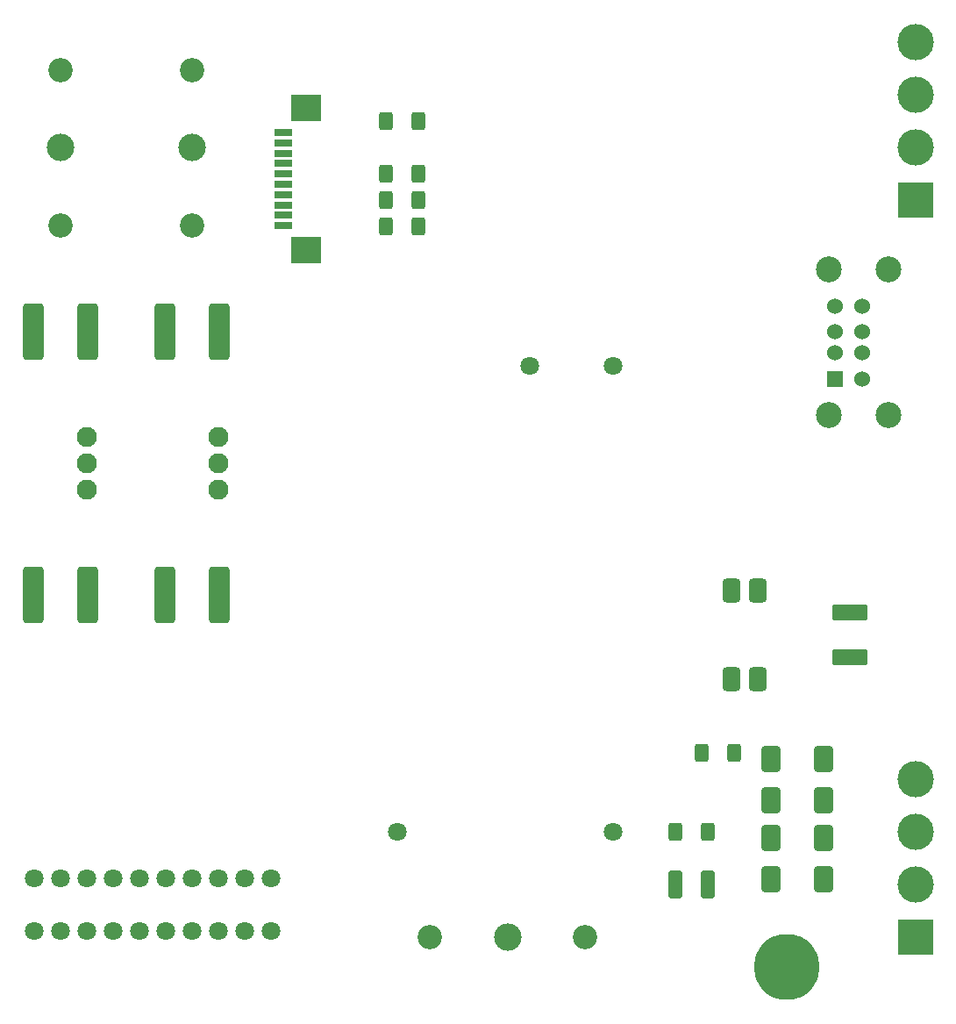
<source format=gbr>
%TF.GenerationSoftware,KiCad,Pcbnew,8.0.6-8.0.6-0~ubuntu24.04.1*%
%TF.CreationDate,2024-12-11T16:39:26+03:00*%
%TF.ProjectId,PM-PS,504d2d50-532e-46b6-9963-61645f706362,rev?*%
%TF.SameCoordinates,Original*%
%TF.FileFunction,Soldermask,Top*%
%TF.FilePolarity,Negative*%
%FSLAX46Y46*%
G04 Gerber Fmt 4.6, Leading zero omitted, Abs format (unit mm)*
G04 Created by KiCad (PCBNEW 8.0.6-8.0.6-0~ubuntu24.04.1) date 2024-12-11 16:39:26*
%MOMM*%
%LPD*%
G01*
G04 APERTURE LIST*
G04 Aperture macros list*
%AMRoundRect*
0 Rectangle with rounded corners*
0 $1 Rounding radius*
0 $2 $3 $4 $5 $6 $7 $8 $9 X,Y pos of 4 corners*
0 Add a 4 corners polygon primitive as box body*
4,1,4,$2,$3,$4,$5,$6,$7,$8,$9,$2,$3,0*
0 Add four circle primitives for the rounded corners*
1,1,$1+$1,$2,$3*
1,1,$1+$1,$4,$5*
1,1,$1+$1,$6,$7*
1,1,$1+$1,$8,$9*
0 Add four rect primitives between the rounded corners*
20,1,$1+$1,$2,$3,$4,$5,0*
20,1,$1+$1,$4,$5,$6,$7,0*
20,1,$1+$1,$6,$7,$8,$9,0*
20,1,$1+$1,$8,$9,$2,$3,0*%
G04 Aperture macros list end*
%ADD10C,1.800000*%
%ADD11RoundRect,0.250000X0.400000X0.625000X-0.400000X0.625000X-0.400000X-0.625000X0.400000X-0.625000X0*%
%ADD12RoundRect,0.250000X-0.650000X1.000000X-0.650000X-1.000000X0.650000X-1.000000X0.650000X1.000000X0*%
%ADD13C,1.950000*%
%ADD14RoundRect,0.250000X-0.412500X-1.100000X0.412500X-1.100000X0.412500X1.100000X-0.412500X1.100000X0*%
%ADD15R,3.500000X3.500000*%
%ADD16C,3.500000*%
%ADD17C,1.803400*%
%ADD18RoundRect,0.249999X-0.737501X-2.450001X0.737501X-2.450001X0.737501X2.450001X-0.737501X2.450001X0*%
%ADD19RoundRect,0.249999X0.737501X2.450001X-0.737501X2.450001X-0.737501X-2.450001X0.737501X-2.450001X0*%
%ADD20C,2.650000*%
%ADD21C,2.350000*%
%ADD22RoundRect,0.250000X-0.400000X-0.625000X0.400000X-0.625000X0.400000X0.625000X-0.400000X0.625000X0*%
%ADD23RoundRect,0.250000X1.450000X-0.537500X1.450000X0.537500X-1.450000X0.537500X-1.450000X-0.537500X0*%
%ADD24C,2.500000*%
%ADD25R,1.524000X1.524000*%
%ADD26C,1.524000*%
%ADD27R,1.803400X0.635000*%
%ADD28R,2.997200X2.590800*%
%ADD29RoundRect,0.443500X0.443500X-0.723500X0.443500X0.723500X-0.443500X0.723500X-0.443500X-0.723500X0*%
%ADD30O,6.350000X6.350000*%
G04 APERTURE END LIST*
D10*
%TO.C,XG1*%
X-40640000Y-37465000D03*
X-40640000Y-42545000D03*
X-38100000Y-37465000D03*
X-38100000Y-42545000D03*
X-35560000Y-37465000D03*
X-33020000Y-37465000D03*
X-30480000Y-37465000D03*
X-30480000Y-42545000D03*
X-27940000Y-37465000D03*
X-27940000Y-42545000D03*
X-25400000Y-37465000D03*
X-25400000Y-42545000D03*
X-22860000Y-37465000D03*
X-20320000Y-37465000D03*
X-17780000Y-37465000D03*
X-17780000Y-42545000D03*
X-35560000Y-42545000D03*
X-33020000Y-42545000D03*
X-22860000Y-42545000D03*
X-20320000Y-42545000D03*
%TD*%
D11*
%TO.C,R5*%
X-3530000Y35560000D03*
X-6630000Y35560000D03*
%TD*%
D12*
%TO.C,D2*%
X30480000Y-25940000D03*
X30480000Y-29940000D03*
%TD*%
D13*
%TO.C,J8*%
X-22860000Y5080000D03*
X-22860000Y2540000D03*
X-22860000Y0D03*
%TD*%
D14*
%TO.C,C5*%
X21297500Y-38100000D03*
X24422500Y-38100000D03*
%TD*%
D15*
%TO.C,J2*%
X44450000Y27940000D03*
D16*
X44450000Y33020000D03*
X44450000Y38100000D03*
X44450000Y43180000D03*
%TD*%
D17*
%TO.C,U1*%
X15240000Y11980000D03*
X7240001Y11980000D03*
X-5559999Y-33020012D03*
X15240000Y-33020012D03*
%TD*%
D15*
%TO.C,J1*%
X44450000Y-43180000D03*
D16*
X44450000Y-38100000D03*
X44450000Y-33020000D03*
X44450000Y-27940000D03*
%TD*%
D18*
%TO.C,C3*%
X-28037500Y15240000D03*
X-22762500Y15240000D03*
%TD*%
D19*
%TO.C,C4*%
X-35462500Y-10160000D03*
X-40737500Y-10160000D03*
%TD*%
D20*
%TO.C,U6*%
X-25400000Y33020000D03*
D21*
X-25400000Y40520000D03*
X-25400000Y25520000D03*
%TD*%
D22*
%TO.C,R1*%
X21310000Y-33020000D03*
X24410000Y-33020000D03*
%TD*%
%TO.C,R2*%
X23850000Y-25400000D03*
X26950000Y-25400000D03*
%TD*%
D12*
%TO.C,D1*%
X30480000Y-33560000D03*
X30480000Y-37560000D03*
%TD*%
D23*
%TO.C,C1*%
X38100000Y-16107500D03*
X38100000Y-11832500D03*
%TD*%
D20*
%TO.C,U4*%
X5080000Y-43180000D03*
D21*
X12580000Y-43180000D03*
X-2420000Y-43180000D03*
%TD*%
D12*
%TO.C,D3*%
X35560000Y-33560000D03*
X35560000Y-37560000D03*
%TD*%
D11*
%TO.C,R3*%
X-3530000Y25400000D03*
X-6630000Y25400000D03*
%TD*%
D24*
%TO.C,J11*%
X36072500Y7190000D03*
X41862500Y7190000D03*
X36072500Y21290000D03*
X41862500Y21290000D03*
D25*
X36642500Y10740000D03*
D26*
X36642500Y13240000D03*
X36642500Y15240000D03*
X36642500Y17740000D03*
X39342500Y10740000D03*
X39342500Y13240000D03*
X39342500Y15240000D03*
X39342500Y17740000D03*
%TD*%
D18*
%TO.C,C6*%
X-28037500Y-10160000D03*
X-22762500Y-10160000D03*
%TD*%
D27*
%TO.C,J3*%
X-16556000Y25500009D03*
X-16556000Y26500007D03*
X-16556000Y27500005D03*
X-16556000Y28500003D03*
X-16556000Y29500001D03*
X-16556000Y30499999D03*
X-16556000Y31499997D03*
X-16556000Y32499995D03*
X-16556000Y33499993D03*
X-16556000Y34499991D03*
D28*
X-14385999Y23149998D03*
X-14385999Y36850002D03*
%TD*%
D20*
%TO.C,U2*%
X-38100000Y33020000D03*
D21*
X-38100000Y40520000D03*
X-38100000Y25520000D03*
%TD*%
D29*
%TO.C,U5*%
X26670000Y-18260000D03*
X29210000Y-18260000D03*
X29210000Y-9680000D03*
X26670000Y-9680000D03*
%TD*%
D12*
%TO.C,D4*%
X35560000Y-25940000D03*
X35560000Y-29940000D03*
%TD*%
D30*
%TO.C,PE1*%
X32000000Y-46000000D03*
%TD*%
D19*
%TO.C,C2*%
X-35462500Y15240000D03*
X-40737500Y15240000D03*
%TD*%
D13*
%TO.C,J4*%
X-35560000Y5080000D03*
X-35560000Y2540000D03*
X-35560000Y0D03*
%TD*%
D11*
%TO.C,R4*%
X-3530000Y30480000D03*
X-6630000Y30480000D03*
%TD*%
%TO.C,R6*%
X-3530000Y27940000D03*
X-6630000Y27940000D03*
%TD*%
M02*

</source>
